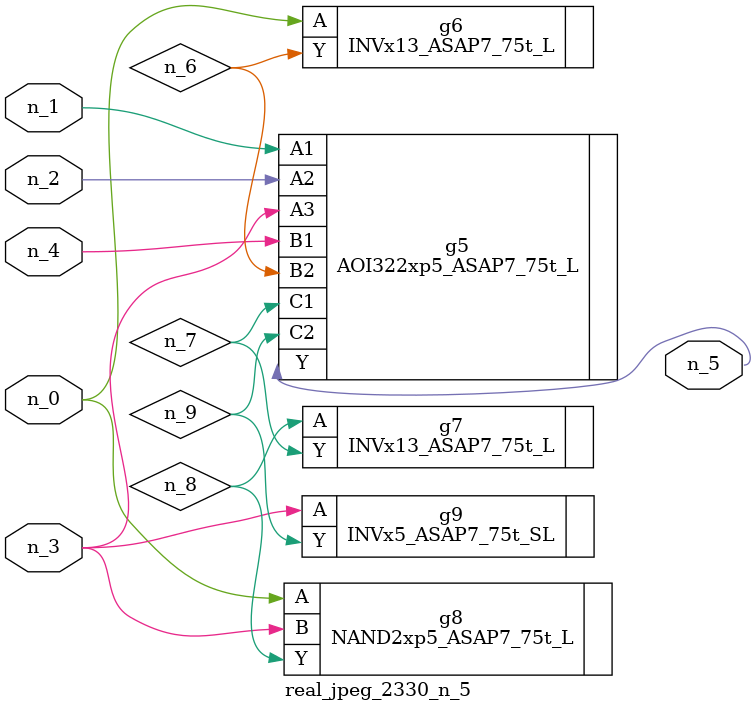
<source format=v>
module real_jpeg_2330_n_5 (n_4, n_0, n_1, n_2, n_3, n_5);

input n_4;
input n_0;
input n_1;
input n_2;
input n_3;

output n_5;

wire n_8;
wire n_6;
wire n_7;
wire n_9;

INVx13_ASAP7_75t_L g6 ( 
.A(n_0),
.Y(n_6)
);

NAND2xp5_ASAP7_75t_L g8 ( 
.A(n_0),
.B(n_3),
.Y(n_8)
);

AOI322xp5_ASAP7_75t_L g5 ( 
.A1(n_1),
.A2(n_2),
.A3(n_3),
.B1(n_4),
.B2(n_6),
.C1(n_7),
.C2(n_9),
.Y(n_5)
);

INVx5_ASAP7_75t_SL g9 ( 
.A(n_3),
.Y(n_9)
);

INVx13_ASAP7_75t_L g7 ( 
.A(n_8),
.Y(n_7)
);


endmodule
</source>
